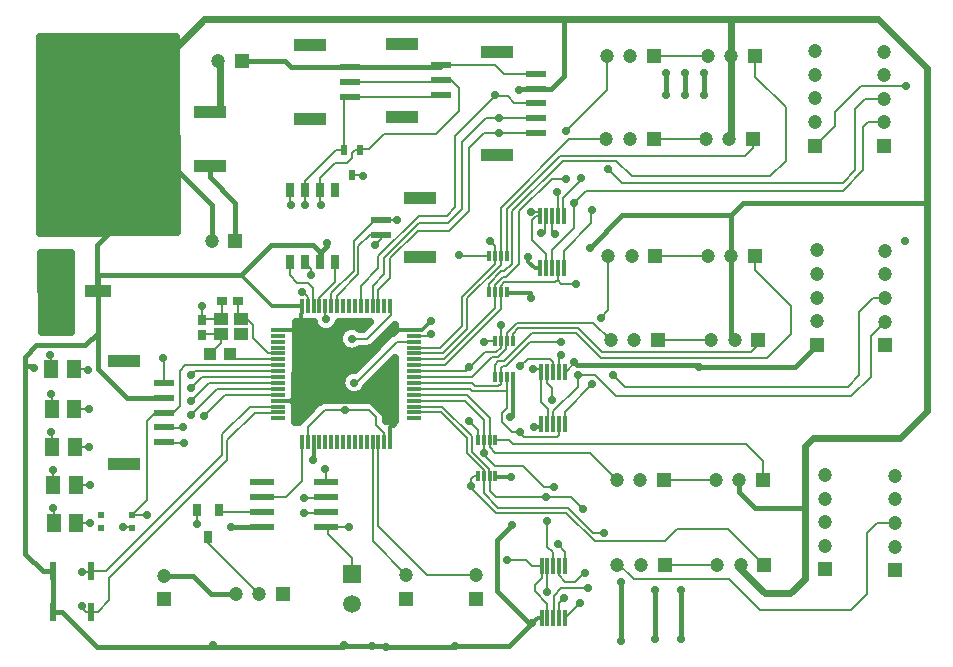
<source format=gbr>
G04 DipTrace 3.2.0.1*
G04 Top.gbr*
%MOIN*%
G04 #@! TF.FileFunction,Copper,L1,Top*
G04 #@! TF.Part,Single*
G04 #@! TA.AperFunction,Conductor*
%ADD13C,0.015748*%
%ADD14C,0.007874*%
%ADD15C,0.011811*%
%ADD16C,0.023622*%
G04 #@! TA.AperFunction,CopperBalancing*
%ADD17C,0.025*%
G04 #@! TA.AperFunction,ComponentPad*
%ADD18R,0.059055X0.059055*%
%ADD19R,0.021654X0.059055*%
%ADD20R,0.043307X0.03937*%
%ADD21R,0.027559X0.035433*%
%ADD22R,0.035433X0.027559*%
%ADD24R,0.086614X0.03937*%
%ADD26R,0.019685X0.033465*%
%ADD27R,0.051181X0.059055*%
G04 #@! TA.AperFunction,ComponentPad*
%ADD28R,0.047244X0.047244*%
%ADD29C,0.047244*%
%ADD30R,0.110236X0.03937*%
%ADD31R,0.066929X0.023622*%
%ADD32R,0.011811X0.055118*%
G04 #@! TA.AperFunction,ComponentPad*
%ADD33C,0.059055*%
%ADD35R,0.025591X0.041339*%
%ADD36R,0.018898X0.022441*%
%ADD38R,0.047244X0.011811*%
%ADD39R,0.011811X0.047244*%
%ADD40R,0.07874X0.023622*%
%ADD42R,0.03X0.045*%
%ADD44R,0.108268X0.03937*%
%ADD45R,0.242126X0.218504*%
%ADD47R,0.011811X0.033465*%
%ADD48R,0.047244X0.03937*%
G04 #@! TA.AperFunction,ViaPad*
%ADD49C,0.027559*%
%ADD50C,0.062992*%
%FSLAX26Y26*%
G04*
G70*
G90*
G75*
G01*
G04 Top*
%LPD*%
X914965Y727573D2*
D13*
X1011413D1*
X1072352Y666635D1*
X1153999D1*
X1073978Y1842328D2*
Y1961816D1*
X851461Y2184333D1*
X805538D1*
X694558Y1678091D2*
Y1729203D1*
X1172869D1*
X1273804Y1830139D1*
X1412944D1*
X1436098Y1806984D1*
Y1772222D1*
X1172869Y1729203D2*
D15*
X1276150Y1625923D1*
X1374579D1*
X885907Y1917261D2*
D13*
Y2103965D1*
X805538Y2184333D1*
X885907Y1917261D2*
X779383D1*
X774056Y1911934D1*
Y1994491D1*
X675521D1*
X672858Y1997154D1*
Y1911934D1*
X566335D1*
X563672Y1914597D1*
Y2007806D1*
Y2106341D1*
Y2183572D1*
X568997Y2188898D1*
Y2287433D1*
X563672Y2292759D1*
Y2388630D1*
Y2468524D1*
X562930Y2469265D1*
X665612D1*
X667533Y2471186D1*
Y2383303D1*
X763404D1*
X766067Y2380640D1*
Y2468522D1*
X880580D1*
X883244Y2471186D1*
X694558Y1678091D2*
X691294D1*
Y1829172D1*
X774056Y1911934D1*
X2139038Y1654152D2*
D15*
Y1668829D1*
X2061081D1*
X2057556Y1672354D1*
X1373581Y1576795D2*
X1374579Y1625923D1*
X1748594Y1547182D2*
X1775698D1*
X1806673Y1578157D1*
X1295839Y1310962D2*
X1343692D1*
X1344133Y1310521D1*
X1669854Y1173167D2*
Y1223583D1*
X1678925Y1232654D1*
X1457566Y1835320D2*
D13*
Y1826249D1*
X1439018Y1807702D1*
Y1772222D1*
X1436098D1*
X694558Y1678091D2*
Y1535846D1*
Y1417301D1*
X791488Y1320370D1*
X915185D1*
X915404Y1320151D1*
X883244Y2471186D2*
D16*
X938245D1*
X1050417Y2583358D1*
X2249785D1*
X2806954D1*
Y2458783D1*
X2249785Y2583358D2*
D13*
Y2394269D1*
X2206664Y2351148D1*
X2156387D1*
X2156357Y2351178D1*
X2806954Y2583358D2*
D16*
X3295940D1*
X3457874Y2421424D1*
Y1970025D1*
Y1275112D1*
X3370066Y1187303D1*
X3078702D1*
X3050762Y1159364D1*
Y953567D1*
Y716331D1*
X3002867Y668436D1*
X2917241D1*
X2838007Y747671D1*
Y762333D1*
X2832928Y1046005D2*
D13*
Y1005606D1*
X2884967Y953567D1*
X3050762D1*
X3457874Y1970025D2*
X2847068D1*
X2806751Y1929707D1*
Y1792509D1*
X2806787Y1792472D1*
X2806751Y1929707D2*
X2442479D1*
X2334012Y1821240D1*
X1373581Y1576795D2*
Y1339970D1*
X1344133Y1310521D1*
X1601058D1*
X1678925Y1232654D1*
X1748594Y1547182D2*
D15*
X1673189D1*
D13*
X1597747Y1471740D1*
X1478636D1*
X1373581Y1576795D1*
X1413949Y1173167D2*
D15*
Y1113627D1*
X1413333Y1113012D1*
X2173959Y588098D2*
X2161000D1*
X2143219Y570318D1*
X1140039Y890783D2*
D13*
X1242920Y890349D1*
X544109Y607461D2*
Y741790D1*
X544072D1*
X544109Y607461D2*
X574223D1*
X690689Y490995D1*
X1071349D1*
X1077631Y497277D1*
X1071349Y490995D2*
X1511804D1*
X1516198Y495388D1*
Y492665D1*
X1608920D1*
X1610030Y491555D1*
X1654685D1*
Y489950D1*
X1883619D1*
X1885928Y492259D1*
X2065160D1*
X2075558Y502656D1*
X2143219Y570318D1*
X694558Y1535846D2*
X653760Y1495049D1*
X489975D1*
X452424Y1457497D1*
Y1425951D1*
X477566D1*
X483266Y1420251D1*
X452424Y1425951D2*
Y800286D1*
X510920Y741790D1*
X544072D1*
X2130115Y1788429D2*
D15*
Y1774581D1*
X2151366Y1753331D1*
X2168770D1*
X2072916Y1057510D2*
X2021790D1*
X2020504Y1058797D1*
X2069320Y1257916D2*
X2077568D1*
Y1388514D1*
X2147593Y1224815D2*
X2173660D1*
Y1233804D1*
X2156357Y2351178D2*
D13*
X2102849D1*
X2098071Y2346400D1*
X1295839Y1547182D2*
D15*
X1343969D1*
X1373581Y1576795D1*
X2806954Y2458783D2*
D16*
Y2190163D1*
D13*
X2799484Y2182693D1*
X2806787Y1792472D2*
Y1525167D1*
X2817392Y1514562D1*
X2143219Y570318D2*
X2130882D1*
X2025045Y676155D1*
Y845963D1*
X2074138Y895056D1*
X1096345Y2444066D2*
D16*
X1101465D1*
Y2283154D1*
X1092408Y2274097D1*
X1069318D1*
X672025Y741790D2*
D14*
X721955D1*
X1110395Y1130230D1*
Y1199241D1*
X1201651Y1290497D1*
X1295059D1*
X1295839Y1291277D1*
X640739Y738896D2*
X669131D1*
X672025Y741790D1*
X672062Y607461D2*
X694930D1*
X733518Y646049D1*
Y719206D1*
X1127092Y1112780D1*
Y1181037D1*
X1217516Y1271461D1*
X1295707D1*
X1295839Y1271592D1*
X640739Y626857D2*
X636312D1*
X655709Y607461D1*
X672062D1*
X1535654Y2324549D2*
X1833919D1*
X1839457Y2330087D1*
X1535654Y2324549D2*
X1516478D1*
Y2146366D1*
X1489164D1*
X1386098Y2043301D1*
Y2012720D1*
Y1962413D1*
X1386997Y1961514D1*
X1535654Y2373761D2*
X1833919D1*
X1839457Y2379299D1*
X1872554D1*
X1898512Y2353341D1*
Y2277096D1*
X1820736Y2199320D1*
X1650273D1*
X1600021Y2149068D1*
X1570366D1*
X1567664Y2146366D1*
X1552925D1*
X1541601Y2135042D1*
Y2119707D1*
X1525459Y2103566D1*
X1486718D1*
X1436098Y2052946D1*
Y2012720D1*
Y1963824D1*
X1438259Y1961664D1*
X1486098Y1772222D2*
Y1707285D1*
X1432874Y1654060D1*
Y1626682D1*
X1433634Y1625923D1*
X1336098Y1772222D2*
Y1728757D1*
X1360232Y1704623D1*
X1394055D1*
X1413797Y1684882D1*
Y1626075D1*
X1413949Y1625923D1*
X1383497Y937017D2*
X1452186D1*
X1455518Y940349D1*
X1062385Y857260D2*
Y836990D1*
X1232739Y666635D1*
X1099786Y947811D2*
Y940349D1*
X1242920D1*
X2288375Y1701285D2*
X2239584D1*
X2227825Y1713043D1*
Y1753331D1*
X2037871Y1672354D2*
Y1693659D1*
X2049825Y1705613D1*
X2219005D1*
X2227825Y1714433D1*
Y1753331D1*
X1748594Y1429072D2*
X1852140D1*
X2038073Y1615005D1*
Y1672152D1*
X2037871Y1672354D1*
X2208140Y1926559D2*
Y1874899D1*
X2217484Y1865555D1*
X2018186Y1794402D2*
Y1825594D1*
X2002130Y1841651D1*
X2018186Y1794402D2*
Y1767762D1*
X1907941Y1657517D1*
Y1559169D1*
X1836768Y1487996D1*
X1748726D1*
X1748594Y1488127D1*
X2103781Y1205738D2*
Y1202686D1*
X2116781Y1189686D1*
X2224486D1*
X2232715Y1197916D1*
Y1233804D1*
X2057883Y1388514D2*
Y1342941D1*
X1942122D1*
X1934774Y1350289D1*
X1748638D1*
X1748594Y1350332D1*
X2103781Y1205738D2*
X2076198D1*
X2042752Y1239184D1*
Y1270534D1*
X2057883Y1285665D1*
Y1388514D1*
X2038198Y1510562D2*
Y1488041D1*
X2023340Y1473182D1*
X1985915D1*
X1922119Y1409387D1*
X1748594D1*
X2038198Y1510562D2*
Y1563194D1*
X2038765Y1563761D1*
X1922119Y1409387D2*
Y1413446D1*
X1931684Y1423010D1*
X2213030Y1407033D2*
Y1441234D1*
X2203538Y1450726D1*
X2127344D1*
X2103192Y1426573D1*
X2187549Y990093D2*
X2021933D1*
X2000819Y1011207D1*
Y1058797D1*
X1748594Y1291277D2*
X1842420D1*
X1941160Y1192537D1*
Y1141034D1*
X2000016Y1082178D1*
Y1058797D1*
X2000819D1*
X2187549Y990093D2*
X2271962D1*
X2313486Y948570D1*
X2233014Y588098D2*
Y637091D1*
X2249109Y653185D1*
X1981134Y1180844D2*
Y1247815D1*
X1917987Y1310962D1*
X1748594D1*
X1981134Y1180844D2*
Y1138336D1*
X1981969Y1137501D1*
Y1129175D1*
X2019507Y1091636D1*
X2111764D1*
X2181238Y1022163D1*
X2214592D1*
X2213329Y761327D2*
Y805110D1*
X2193648Y824791D1*
Y910203D1*
X1630484Y1173167D2*
Y891974D1*
X1792661Y729797D1*
X1956440D1*
X1610799Y1173167D2*
Y842421D1*
X1723593Y729627D1*
X1110417Y1643879D2*
Y1589957D1*
X1104335Y1583874D1*
X1043094D1*
X1040681Y1581461D1*
X1152718Y1842328D2*
D13*
Y1971459D1*
X1069318Y2054860D1*
Y2094570D1*
X568573Y1678091D2*
D14*
Y1716576D1*
X585449Y1733451D1*
Y1778100D1*
X526594D1*
D13*
X525245Y1779449D1*
D14*
Y1736831D1*
X526594Y1735482D1*
X568573Y1678091D2*
Y1640738D1*
X589508Y1619803D1*
Y1575155D1*
X534713D1*
Y1621832D1*
X1175085Y2444066D2*
D13*
X1318853D1*
X1339306Y2423613D1*
X1535014D1*
X1535654Y2422974D1*
X1833919D1*
X1839457Y2428512D1*
X1407140Y1730016D2*
D14*
Y1751180D1*
X1386098Y1772222D1*
X2252699Y761327D2*
Y807720D1*
X2227412Y833008D1*
X2281528Y1439791D2*
Y1441652D1*
X2289038D1*
X2251538Y1404152D1*
Y1407033D1*
X2252400D1*
X2306702Y2052371D2*
Y2046974D1*
X2246520Y1986791D1*
Y1927550D1*
X2247510Y1926559D1*
X779022Y888220D2*
X806706D1*
X809921Y885005D1*
X539323Y1415390D2*
Y1458029D1*
X534490Y1462862D1*
X542046Y1282997D2*
Y1327885D1*
X537524Y1332407D1*
X543424Y1155126D2*
Y1202119D1*
X540558Y1204986D1*
X545933Y1028919D2*
Y1078256D1*
X545108Y1079081D1*
X547857Y903963D2*
Y953462D1*
X546625Y954694D1*
X1295839Y1330647D2*
X1118722D1*
X1049314Y1261239D1*
X1839457Y2428512D2*
X2018724D1*
X2047281Y2399955D1*
X2155921D1*
X2156357Y2400391D1*
X1394264Y1625923D2*
Y1655836D1*
X1376226Y1673874D1*
X1453319Y1625923D2*
Y1586283D1*
X1456286Y1583316D1*
X1748594Y1527497D2*
X1798262D1*
X1805433Y1534668D1*
X1394264Y1173167D2*
Y1222088D1*
X1451865Y1279689D1*
X1519818D1*
X1520094Y1279966D1*
X1650169Y1173167D2*
Y1202102D1*
X1623551Y1228720D1*
Y1256640D1*
X1600226Y1279966D1*
X1520094D1*
X1542071Y2063689D2*
X1574337D1*
X1578558Y2059469D1*
X915404Y1369364D2*
Y1451383D1*
X913739Y1453049D1*
X1455518Y1040349D2*
Y1077440D1*
X1451454Y1081504D1*
X1024983Y947811D2*
Y901877D1*
X1023999Y900892D1*
X1040681Y1581461D2*
Y1625961D1*
X1041718Y1626997D1*
X2440163Y707646D2*
D13*
Y509988D1*
X2439230Y509055D1*
X3390286Y2359736D2*
D14*
X3237427D1*
X3152253Y2274563D1*
Y2226659D1*
X3086689Y2161094D1*
X2281528Y1439791D2*
D13*
X2292167Y1429152D1*
X2700404D1*
Y1422088D1*
X1998501Y1794402D2*
D14*
X1897252D1*
Y1795138D1*
X2018513Y1510562D2*
X1986714D1*
X1982861Y1506709D1*
X1961449Y1180844D2*
Y1213954D1*
X1933598Y1241804D1*
X2589038Y2404152D2*
D13*
Y2329152D1*
X2651538Y2404152D2*
Y2329152D1*
X2714038Y2404152D2*
Y2329152D1*
X2700404Y1422088D2*
X3017555D1*
X3092673Y1497206D1*
X2551538Y679152D2*
Y516652D1*
X2639038Y679152D2*
Y516652D1*
X1638325Y1863159D2*
D14*
X1601112D1*
X1563785Y1825832D1*
Y1732008D1*
X1491781Y1660004D1*
Y1626831D1*
X1492689Y1625923D1*
X1638325Y1863159D2*
Y1849612D1*
X1617995Y1829281D1*
X1638325Y1912371D2*
X1617596D1*
X1547420Y1842196D1*
Y1742917D1*
X1473234Y1668731D1*
Y1626152D1*
X1473004Y1625923D1*
X1638325Y1912371D2*
X1690790D1*
X1691782Y1913364D1*
X2878224Y2182693D2*
Y2152828D1*
X2853114Y2127718D1*
X2235781D1*
X2057259Y1949196D1*
Y1794699D1*
X2057556Y1794402D1*
X2885694Y2458783D2*
Y2390227D1*
X2987678Y2288243D1*
Y2109916D1*
X2936114Y2058352D1*
X2473903D1*
X2420891Y2111364D1*
X2244428D1*
X2076676Y1943612D1*
Y1768062D1*
X2050161Y1741547D1*
X2038866D1*
X1998501Y1701182D1*
Y1672354D1*
X2896133Y1514562D2*
Y1495631D1*
X2872916Y1472415D1*
X2377042D1*
X2297109Y1552348D1*
X2096953D1*
X2077568Y1532963D1*
Y1510562D1*
X2885528Y1792472D2*
Y1745163D1*
X3004726Y1625965D1*
Y1532340D1*
X2927045Y1454659D1*
X2371130D1*
X2290555Y1535234D1*
X2142698D1*
X2049043Y1441579D1*
X2029671D1*
X2018513Y1430421D1*
Y1388514D1*
X2911668Y1046005D2*
Y1109665D1*
X2854193Y1167140D1*
X2079484D1*
X2065781Y1180844D1*
X2020504D1*
X1937395Y1025042D2*
Y1048794D1*
X1947398Y1058797D1*
X1961449D1*
X1937395Y1025042D2*
Y1021151D1*
X2021408Y937138D1*
X2256322D1*
X2350675Y842785D1*
X2586201D1*
X2625475Y882059D1*
X2797021D1*
X2916747Y762333D1*
X2247510Y1753331D2*
Y1810609D1*
X2339056Y1902155D1*
Y1945533D1*
X2340644D1*
X2224186Y2007501D2*
X2227825D1*
Y1926559D1*
X2341646Y1365761D2*
Y1364867D1*
X2251571Y1274793D1*
Y1234634D1*
X2252400Y1233804D1*
X2239552Y1461951D2*
X2232715D1*
Y1407033D1*
X2300612Y636182D2*
Y636010D1*
X2252699Y588098D1*
X2233014Y761327D2*
Y728465D1*
X2253427Y708052D1*
X2287094D1*
X2318969Y739927D1*
Y736856D1*
X1295839Y1409387D2*
X1018152D1*
X1006335Y1397570D1*
X1295839Y1389702D2*
X1043041D1*
X1006037Y1352698D1*
X1295839Y1370017D2*
X1066198D1*
X1004520Y1308339D1*
X1295839Y1350332D2*
X1091308D1*
X1004458Y1263482D1*
X2561644Y1512301D2*
X2736391D1*
X2738652Y1514562D1*
X2728214Y2458783D2*
X2550089D1*
X2549130Y2459743D1*
X2581563Y1047365D2*
X2752828D1*
X2754188Y1046005D1*
X2553490Y1793180D2*
X2727340D1*
X2728047Y1792472D1*
X2584504Y764298D2*
X2757302D1*
X2759266Y762333D1*
X1336098Y2012720D2*
Y1965286D1*
X1338442Y1962942D1*
X622660Y903963D2*
X668651D1*
X669496Y903118D1*
X620736Y1028919D2*
X667875D1*
X669496Y1030539D1*
X618227Y1155126D2*
X666264D1*
X666462Y1154928D1*
X616849Y1282997D2*
X664297D1*
X664945Y1282349D1*
X614126Y1415390D2*
X659325D1*
X662650Y1412066D1*
X1295839Y1448757D2*
X1143356D1*
X1134678Y1457434D1*
Y1466089D1*
X2720744Y2182693D2*
X2547850D1*
X2547600Y2182442D1*
X2188455Y1753331D2*
Y1800092D1*
X2143155Y1845392D1*
Y1912690D1*
X2157024Y1926559D1*
X2168770D1*
X2138937Y1940703D2*
X2168770D1*
Y1926559D1*
X2173959Y761327D2*
Y720374D1*
X2150647Y697062D1*
Y676685D1*
X2193156Y634176D1*
Y588587D1*
X2193644Y588098D1*
X2058944Y780600D2*
X2122437D1*
X2141710Y761327D1*
X2173959D1*
X2173660Y1407033D2*
Y1305022D1*
X2194316Y1284366D1*
Y1234776D1*
X2193345Y1233804D1*
X2144269Y1416038D2*
X2172730D1*
Y1407033D1*
X2173660D1*
X1171264Y1583874D2*
X1192882D1*
X1212577Y1564178D1*
Y1519941D1*
X1263797Y1468722D1*
X1295559D1*
X1295839Y1468442D1*
X1161598Y1643879D2*
Y1593539D1*
X1171264Y1583874D1*
X1104335Y1532693D2*
X1043094D1*
X1040681Y1530280D1*
X1104335Y1532693D2*
Y1502675D1*
X1067749Y1466089D1*
X2037871Y1794402D2*
Y1764513D1*
X1924945Y1651587D1*
Y1548845D1*
X1844542Y1468442D1*
X1748594D1*
X2390119Y2182442D2*
X2266220D1*
X2037871Y1954093D1*
Y1794402D1*
X3315808Y2317100D2*
X3253291D1*
X3220018Y2283827D1*
Y2078436D1*
X3177636Y2036054D1*
X2442773D1*
X2395546Y2083281D1*
X1748594Y1448757D2*
X1848062D1*
X2018186Y1618882D1*
Y1672354D1*
X2391650Y2459743D2*
Y2345720D1*
X2256728Y2210799D1*
X2256110Y2049727D2*
X2207391D1*
X2099940Y1942276D1*
Y1767366D1*
X2056932Y1724358D1*
X2044407D1*
X2018186Y1698138D1*
Y1672354D1*
X2057883Y1510562D2*
Y1535682D1*
X2092993Y1570793D1*
X2345672D1*
X2404164Y1512301D1*
X3318756Y1653234D2*
X3278613D1*
X3232962Y1607583D1*
Y1395121D1*
X3193938Y1356097D1*
X2451043D1*
X2410567Y1396573D1*
X1748594Y1389702D2*
X1941556D1*
X2009186Y1457332D1*
X2030096D1*
X2056840Y1484076D1*
Y1509518D1*
X2057883Y1510562D1*
X2038198Y1388514D2*
Y1367316D1*
X2029965Y1359083D1*
X1953425D1*
X1942491Y1370017D1*
X1748594D1*
X2038198Y1388514D2*
Y1418714D1*
X2045088Y1425604D1*
X2056104D1*
X2136738Y1506238D1*
X2238335D1*
X2396009Y1793180D2*
Y1611584D1*
X2371580Y1587155D1*
X2000819Y1180844D2*
Y1155173D1*
X2020501Y1135491D1*
X2335957D1*
X2424083Y1047365D1*
X2000819Y1180844D2*
Y1254189D1*
X1924361Y1330647D1*
X1748594D1*
X3351283Y903181D2*
X3292257D1*
X3258388Y869312D1*
Y665627D1*
X3204521Y611760D1*
X2903193D1*
X2799143Y715810D1*
X2481269D1*
X2427024Y770055D1*
Y764298D1*
X1981134Y1058797D2*
Y1078469D1*
X1924387Y1135215D1*
Y1186308D1*
X1839104Y1271592D1*
X1748594D1*
X2381323Y871257D2*
X2346770D1*
X2263366Y954661D1*
X2029615D1*
X1981673Y1002604D1*
Y1058257D1*
X1981134Y1058797D1*
X2280617Y1968341D2*
Y1887900D1*
X2207240Y1814524D1*
Y1753331D1*
X2208140D1*
X3315808Y2238360D2*
X3262575D1*
X3246100Y2221885D1*
Y2078436D1*
X3177636Y2009972D1*
X2322248D1*
X2280617Y1968341D1*
X2172701Y1869480D2*
X2187171D1*
Y1927844D1*
X2188455Y1926559D1*
X2294033Y1397600D2*
Y1356247D1*
X2213669Y1275883D1*
Y1234444D1*
X2213030Y1233804D1*
X2294033Y1397600D2*
X2351631D1*
X2423486Y1325745D1*
X3206946D1*
X3271986Y1390785D1*
Y1527723D1*
X3318756Y1574493D1*
X2193345Y1407033D2*
Y1369301D1*
X2207874Y1354772D1*
Y1313802D1*
X2327592Y684888D2*
X2240521D1*
X2214202Y658570D1*
Y587226D1*
X2213329Y588098D1*
X2192963Y674664D2*
Y760646D1*
X2193644Y761327D1*
X915404Y1221726D2*
X917782Y1219348D1*
X974996D1*
X978167Y1222518D1*
X1541224Y1517478D2*
X1593352D1*
X1671199Y1595325D1*
Y1624577D1*
X1669854Y1625923D1*
X980707Y1170685D2*
X917232D1*
X915404Y1172513D1*
X1549588Y1371315D2*
Y1366371D1*
X1557010Y1373794D1*
X1558085D1*
X1691437Y1507146D1*
X1747928D1*
X1748594Y1507812D1*
X2156357Y2301966D2*
Y2303798D1*
X2082865D1*
X2060669Y2325993D1*
X2018730D1*
X1886332Y2193596D1*
Y1955147D1*
X1857623Y1926438D1*
X1765138D1*
X1630551Y1791852D1*
Y1752560D1*
X1571429Y1693438D1*
Y1625923D1*
X2018349Y2329654D2*
X2022390D1*
X2018730Y2325993D1*
X2156357Y2252753D2*
X2034302D1*
X1989196D1*
X1908625Y2172182D1*
Y1950925D1*
X1861748Y1904049D1*
X1765497D1*
X1648039Y1786591D1*
Y1731959D1*
X1610799Y1694719D1*
Y1625923D1*
X2031373Y2253671D2*
X2033385D1*
X2034302Y2252753D1*
X2156357Y2203541D2*
X2031256D1*
X1982957D1*
X1931478Y2152062D1*
Y1943014D1*
X1864465Y1876001D1*
X1760856D1*
X1669923Y1785068D1*
Y1719722D1*
X1630484Y1680283D1*
Y1625923D1*
X2030840Y2203692D2*
X2031256Y2203541D1*
X1381097Y986357D2*
X1451526D1*
X1455518Y990349D1*
X1541301Y731832D2*
Y786409D1*
X1462407Y865303D1*
Y883461D1*
X1455518Y890349D1*
X1532302Y888845D2*
X1457022D1*
X1455518Y890349D1*
X1242920Y990349D2*
X1323171D1*
X1374579Y1041757D1*
Y1173167D1*
X915404Y1270938D2*
X886476D1*
X860013Y1244475D1*
Y980766D1*
X809921Y930675D1*
X857551Y929364D2*
Y928678D1*
X807925D1*
X809921Y930675D1*
X1295839Y1429072D2*
X986104D1*
X967997Y1410966D1*
Y1292340D1*
X946115Y1270458D1*
X915885D1*
X915404Y1270938D1*
D49*
X1931684Y1423010D3*
X2103192Y1426573D3*
X1982861Y1506709D3*
D50*
X562930Y2469265D3*
X667533Y2471186D3*
X563672Y2388630D3*
X667533Y2383303D3*
X563672Y2292759D3*
Y2106341D3*
Y2007806D3*
Y1914597D3*
D49*
X2340644Y1945533D3*
D50*
X672858Y1997154D3*
Y1911934D3*
X766067Y2468522D3*
Y2380640D3*
X883244Y2471186D3*
X774056Y1994491D3*
Y1911934D3*
X885907Y1917261D3*
X568997Y2188898D3*
D49*
X1407140Y1730016D3*
X2217484Y1865555D3*
X2172701Y1869480D3*
X2280617Y1968341D3*
X2224186Y2007501D3*
X978167Y1222518D3*
X2214592Y1022163D3*
X2074138Y895056D3*
X2395546Y2083281D3*
X2239552Y1461951D3*
X980707Y1170685D3*
X1541224Y1517478D3*
X1549588Y1371315D3*
X2294033Y1397600D3*
X2341646Y1365761D3*
X2207874Y1313802D3*
X525245Y1779449D3*
X585449Y1778100D3*
X534713Y1575155D3*
X589508D3*
X534713Y1621832D3*
X589508Y1619803D3*
X526594Y1735482D3*
X585449Y1733451D3*
X2410567Y1396573D3*
X2187549Y990093D3*
X2318969Y736856D3*
X2192963Y674664D3*
X2300612Y636182D3*
X2327592Y684888D3*
X2143219Y570318D3*
X2227412Y833008D3*
X2072916Y1057510D3*
X2058944Y780600D3*
X1937395Y1025042D3*
X2144269Y1416038D3*
X2069320Y1257916D3*
X2147593Y1224815D3*
X2281528Y1439791D3*
X2103781Y1205738D3*
X2130115Y1788429D3*
X2139038Y1654152D3*
X2306702Y2052371D3*
X2138937Y1940703D3*
X2288375Y1701285D3*
X1381097Y986357D3*
X1140039Y890783D3*
X1383497Y937017D3*
X1532302Y888845D3*
X1373581Y1576795D3*
X1806673Y1578157D3*
X1344133Y1310521D3*
X1413333Y1113012D3*
X1678925Y1232654D3*
X857551Y929364D3*
X779022Y888220D3*
X1457566Y1835320D3*
X662650Y1412066D3*
X534490Y1462862D3*
X664945Y1282349D3*
X537524Y1332407D3*
X666462Y1154928D3*
X540558Y1204986D3*
X669496Y1030539D3*
X545108Y1079081D3*
X669496Y903118D3*
X546625Y954694D3*
X1006335Y1397570D3*
X1006037Y1352698D3*
X1004520Y1308339D3*
X1004458Y1263482D3*
X1049314Y1261239D3*
X640739Y738896D3*
Y626857D3*
X1338442Y1962942D3*
X1386997Y1961514D3*
X1438259Y1961664D3*
X1691782Y1913364D3*
X1617995Y1829281D3*
X2334012Y1821240D3*
X1376226Y1673874D3*
X1456286Y1583316D3*
X1805433Y1534668D3*
X1578558Y2059469D3*
X1520094Y1279966D3*
X913739Y1453049D3*
X1451454Y1081504D3*
X1023999Y900892D3*
X2018349Y2329654D3*
X2031373Y2253671D3*
X2030840Y2203692D3*
X1041718Y1626997D3*
X2439230Y509055D3*
X2440163Y707646D3*
X1077631Y497277D3*
X1516198Y495388D3*
X1610030Y491555D3*
X1654685Y489950D3*
X1885928Y492259D3*
X483266Y1420251D3*
X3390286Y2359736D3*
X2700404Y1422088D3*
X3384614Y1844282D3*
X2098071Y2346400D3*
X1897252Y1795138D3*
X2002130Y1841651D3*
X1933598Y1241804D3*
X1981969Y1137501D3*
X2381323Y871257D3*
X2256728Y2210799D3*
X2256110Y2049727D3*
X2589038Y2329152D3*
X2651538D3*
X2714038D3*
X2589038Y2404152D3*
X2651538D3*
X2714038D3*
X2193648Y910203D3*
X2313486Y948570D3*
X2249109Y653185D3*
X2238335Y1506238D3*
X2371580Y1587155D3*
X2038765Y1563761D3*
X2551538Y679152D3*
X2639038D3*
X2551538Y516652D3*
X2639038D3*
X505601Y2498249D2*
D17*
X954285D1*
X505601Y2473381D2*
X954356D1*
X505601Y2448512D2*
X954428D1*
X505601Y2423643D2*
X954500D1*
X505601Y2398774D2*
X954571D1*
X505601Y2373906D2*
X954678D1*
X505601Y2349037D2*
X954751D1*
X505601Y2324168D2*
X954823D1*
X505601Y2299299D2*
X954895D1*
X505601Y2274430D2*
X954966D1*
X505601Y2249562D2*
X955038D1*
X505601Y2224693D2*
X955146D1*
X505601Y2199824D2*
X955218D1*
X505601Y2174955D2*
X955289D1*
X505601Y2150087D2*
X955361D1*
X505601Y2125218D2*
X955433D1*
X505601Y2100349D2*
X955504D1*
X505601Y2075480D2*
X955612D1*
X505601Y2050612D2*
X955684D1*
X505601Y2025743D2*
X955756D1*
X505601Y2000874D2*
X955827D1*
X505601Y1976005D2*
X955899D1*
X505601Y1951136D2*
X955971D1*
X505601Y1926268D2*
X956079D1*
X505601Y1901399D2*
X956151D1*
X505601Y1876530D2*
X956222D1*
X956705Y2523118D2*
X503056D1*
X503083Y1871438D1*
X958705Y1873423D1*
X956696Y2523106D1*
X509167Y1779902D2*
X604031D1*
X509238Y1755033D2*
X604031D1*
X509310Y1730164D2*
X603996D1*
X509382Y1705295D2*
X603961D1*
X509490Y1680427D2*
X603961D1*
X509560Y1655558D2*
X603924D1*
X509633Y1630689D2*
X603924D1*
X509705Y1605820D2*
X603888D1*
X509812Y1580951D2*
X603853D1*
X509885Y1556083D2*
X603853D1*
X606552Y1804770D2*
X506579D1*
X507424Y1540967D1*
X606312Y1540987D1*
X606564Y1804770D1*
X1357122Y1547916D2*
X1429345D1*
X1483255D2*
X1508327D1*
X1673226D2*
X1683692D1*
X1356979Y1523047D2*
X1496054D1*
X1648358D2*
X1657891D1*
X1356871Y1498178D2*
X1500252D1*
X1623491D2*
X1633043D1*
X1356727Y1473310D2*
X1608156D1*
X1356584Y1448441D2*
X1583289D1*
X1356441Y1423572D2*
X1558420D1*
X1657294D2*
X1683369D1*
X1356297Y1398703D2*
X1513888D1*
X1632425D2*
X1683298D1*
X1356154Y1373835D2*
X1504127D1*
X1607558D2*
X1683226D1*
X1356046Y1348966D2*
X1510336D1*
X1588862D2*
X1683154D1*
X1355902Y1324097D2*
X1683083D1*
X1355759Y1299228D2*
X1421988D1*
X1630381D2*
X1683010D1*
X1355615Y1274360D2*
X1397121D1*
X1654100D2*
X1682938D1*
X1355471Y1249491D2*
X1372253D1*
X1659231D2*
X1682867D1*
X1568577Y1484294D2*
X1563706Y1480790D1*
X1557690Y1477726D1*
X1551269Y1475639D1*
X1544600Y1474583D1*
X1537849D1*
X1531180Y1475639D1*
X1524759Y1477726D1*
X1518743Y1480790D1*
X1513281Y1484760D1*
X1508507Y1489534D1*
X1504537Y1494996D1*
X1501472Y1501012D1*
X1499386Y1507433D1*
X1498329Y1514102D1*
Y1520853D1*
X1499386Y1527522D1*
X1501472Y1533944D1*
X1504537Y1539959D1*
X1508507Y1545421D1*
X1513281Y1550196D1*
X1518743Y1554165D1*
X1524759Y1557230D1*
X1531180Y1559316D1*
X1537849Y1560373D1*
X1544600D1*
X1551269Y1559316D1*
X1557690Y1557230D1*
X1563706Y1554165D1*
X1568577Y1550661D1*
X1579584Y1550663D1*
X1601020Y1572077D1*
X1497919Y1572358D1*
X1496038Y1566850D1*
X1492974Y1560835D1*
X1489004Y1555373D1*
X1484230Y1550598D1*
X1478768Y1546629D1*
X1472752Y1543564D1*
X1466331Y1541478D1*
X1459661Y1540421D1*
X1452911D1*
X1446241Y1541478D1*
X1439820Y1543564D1*
X1433804Y1546629D1*
X1428343Y1550598D1*
X1423568Y1555373D1*
X1419598Y1560835D1*
X1416534Y1566850D1*
X1414638Y1572598D1*
X1354740Y1572751D1*
X1352930Y1240409D1*
X1366697Y1240558D1*
X1370798Y1245554D1*
X1430312Y1304923D1*
X1434526Y1307984D1*
X1439165Y1310348D1*
X1444118Y1311957D1*
X1449261Y1312772D1*
X1492378Y1312874D1*
X1497613Y1316654D1*
X1503629Y1319718D1*
X1510050Y1321804D1*
X1516719Y1322861D1*
X1523470D1*
X1530139Y1321804D1*
X1536560Y1319718D1*
X1542576Y1316654D1*
X1547448Y1313150D1*
X1602829Y1313049D1*
X1607972Y1312234D1*
X1612925Y1310625D1*
X1617564Y1308261D1*
X1621778Y1305199D1*
X1647017Y1280106D1*
X1650399Y1276146D1*
X1653119Y1271706D1*
X1655112Y1266895D1*
X1656328Y1261832D1*
X1656736Y1256630D1*
Y1242969D1*
X1685337Y1243176D1*
X1685937Y1454693D1*
X1591052Y1359829D1*
X1589340Y1354849D1*
X1586276Y1348833D1*
X1582306Y1343371D1*
X1577531Y1338597D1*
X1572070Y1334627D1*
X1566054Y1331563D1*
X1559633Y1329476D1*
X1552963Y1328420D1*
X1546213D1*
X1539543Y1329476D1*
X1533122Y1331563D1*
X1527106Y1334627D1*
X1521644Y1338597D1*
X1516870Y1343371D1*
X1512900Y1348833D1*
X1509836Y1354849D1*
X1507749Y1361270D1*
X1506693Y1367940D1*
Y1374690D1*
X1507749Y1381360D1*
X1509836Y1387781D1*
X1512900Y1393797D1*
X1516870Y1399259D1*
X1521644Y1404033D1*
X1527106Y1408003D1*
X1533122Y1411067D1*
X1539543Y1413154D1*
X1546213Y1414210D1*
X1551633Y1414262D1*
X1669885Y1532379D1*
X1674098Y1535441D1*
X1678738Y1537804D1*
X1683699Y1539416D1*
X1686181Y1543147D1*
X1686238Y1563423D1*
X1614904Y1492244D1*
X1610690Y1489182D1*
X1606051Y1486819D1*
X1601098Y1485210D1*
X1595955Y1484395D1*
X1568627Y1484293D1*
D19*
X672025Y741790D3*
X544072D3*
X672062Y607461D3*
X544109D3*
D21*
X1040681Y1581461D3*
Y1530280D3*
D22*
X1110417Y1643879D3*
X1161598D3*
D24*
X568573Y1678091D3*
X694558D3*
D26*
X1567664Y2146366D3*
X1516478D3*
X1542071Y2063689D3*
D27*
X543424Y1155126D3*
X618227D3*
X545933Y1028919D3*
X620736D3*
X547857Y903963D3*
X622660D3*
X542046Y1282997D3*
X616849D3*
X539323Y1415390D3*
X614126D3*
D28*
X1175085Y2444066D3*
D29*
X1096345D3*
D28*
X1152718Y1842328D3*
D29*
X1073978D3*
X3086689Y2318575D3*
Y2397315D3*
Y2476055D3*
Y2239835D3*
D28*
Y2161094D3*
D29*
X3092673Y1654686D3*
Y1733427D3*
Y1812167D3*
Y1575946D3*
D28*
Y1497206D3*
D29*
X3315808Y2317100D3*
Y2395840D3*
Y2474580D3*
Y2238360D3*
D28*
Y2159619D3*
D29*
X3318756Y1653234D3*
Y1731974D3*
Y1810714D3*
Y1574493D3*
D28*
Y1495753D3*
D29*
X3351283Y903181D3*
Y981921D3*
Y1060661D3*
Y824441D3*
D28*
Y745701D3*
X914965Y648833D3*
D29*
Y727573D3*
D30*
X1707567Y2501346D3*
Y2255283D3*
D31*
X1839457Y2428512D3*
Y2379299D3*
Y2330087D3*
D30*
X1403764Y2495808D3*
Y2249745D3*
D31*
X1535654Y2422974D3*
Y2373761D3*
Y2324549D3*
D30*
X1770215Y1790324D3*
Y1987175D3*
D31*
X1638325Y1863159D3*
Y1912371D3*
D30*
X2024467Y2473226D3*
Y2130706D3*
D31*
X2156357Y2351178D3*
Y2301966D3*
Y2400391D3*
Y2252753D3*
Y2203541D3*
D28*
X1311479Y666635D3*
D29*
X1232739D3*
X1153999D3*
D30*
X783514Y1442198D3*
Y1099678D3*
D31*
X915404Y1320151D3*
Y1270938D3*
Y1369364D3*
Y1221726D3*
Y1172513D3*
D28*
X2878224Y2182693D3*
D29*
X2799484D3*
X2720744D3*
D28*
X2547600Y2182442D3*
D29*
X2468860D3*
X2390119D3*
D28*
X2896133Y1514562D3*
D29*
X2817392D3*
X2738652D3*
D28*
X2561644Y1512301D3*
D29*
X2482904D3*
X2404164D3*
D28*
X2885528Y1792472D3*
D29*
X2806787D3*
X2728047D3*
D28*
X2553490Y1793180D3*
D29*
X2474749D3*
X2396009D3*
D28*
X2911668Y1046005D3*
D29*
X2832928D3*
X2754188D3*
D28*
X2581563Y1047365D3*
D29*
X2502823D3*
X2424083D3*
D28*
X2885694Y2458783D3*
D29*
X2806954D3*
X2728214D3*
D28*
X2549130Y2459743D3*
D29*
X2470390D3*
X2391650D3*
D28*
X2916747Y762333D3*
D29*
X2838007D3*
X2759266D3*
D28*
X2584504Y764298D3*
D29*
X2505764D3*
X2427024D3*
D28*
X1956440Y651056D3*
D29*
Y729797D3*
D28*
X1723593Y650887D3*
D29*
Y729627D3*
X3119765Y905984D3*
Y984724D3*
Y1063465D3*
Y827244D3*
D28*
Y748504D3*
D32*
X2168770Y1753331D3*
X2188455D3*
X2208140D3*
X2227825D3*
X2247510D3*
Y1926559D3*
X2227825D3*
X2208140D3*
X2188455D3*
X2168770D3*
X2173660Y1233804D3*
X2193345D3*
X2213030D3*
X2232715D3*
X2252400D3*
Y1407033D3*
X2232715D3*
X2213030D3*
X2193345D3*
X2173660D3*
X2173959Y588098D3*
X2193644D3*
X2213329D3*
X2233014D3*
X2252699D3*
Y761327D3*
X2233014D3*
X2213329D3*
X2193644D3*
X2173959D3*
D18*
X1541301Y731832D3*
D33*
Y631832D3*
D35*
X1099786Y947811D3*
X1024983D3*
X1062385Y857260D3*
D20*
X1134678Y1466089D3*
X1067749D3*
D36*
X706772Y885005D3*
X809921D3*
X706772Y930675D3*
X809921D3*
D38*
X1295839Y1547182D3*
Y1527497D3*
Y1507812D3*
Y1488127D3*
Y1468442D3*
Y1448757D3*
Y1429072D3*
Y1409387D3*
Y1389702D3*
Y1370017D3*
Y1350332D3*
Y1330647D3*
Y1310962D3*
Y1291277D3*
Y1271592D3*
Y1251907D3*
D39*
X1374579Y1173167D3*
X1394264D3*
X1413949D3*
X1433634D3*
X1453319D3*
X1473004D3*
X1492689D3*
X1512374D3*
X1532059D3*
X1551744D3*
X1571429D3*
X1591114D3*
X1610799D3*
X1630484D3*
X1650169D3*
X1669854D3*
D38*
X1748594Y1251907D3*
Y1271592D3*
Y1291277D3*
Y1310962D3*
Y1330647D3*
Y1350332D3*
Y1370017D3*
Y1389702D3*
Y1409387D3*
Y1429072D3*
Y1448757D3*
Y1468442D3*
Y1488127D3*
Y1507812D3*
Y1527497D3*
Y1547182D3*
D39*
X1669854Y1625923D3*
X1650169D3*
X1630484D3*
X1610799D3*
X1591114D3*
X1571429D3*
X1551744D3*
X1532059D3*
X1512374D3*
X1492689D3*
X1473004D3*
X1453319D3*
X1433634D3*
X1413949D3*
X1394264D3*
X1374579D3*
D40*
X1455518Y890349D3*
Y940349D3*
Y990349D3*
Y1040349D3*
X1242920D3*
Y990349D3*
Y940349D3*
Y890349D3*
D42*
X1336098Y1772222D3*
X1386098D3*
X1436098D3*
X1486098D3*
Y2012720D3*
X1436098D3*
X1386098D3*
X1336098D3*
D44*
X1069318Y2094570D3*
Y2274097D3*
D45*
X805538Y2184333D3*
D47*
X2057556Y1794402D3*
X2037871D3*
X2018186D3*
X1998501D3*
Y1672354D3*
X2018186D3*
X2037871D3*
X2057556D3*
X2077568Y1510562D3*
X2057883D3*
X2038198D3*
X2018513D3*
Y1388514D3*
X2038198D3*
X2057883D3*
X2077568D3*
X2020504Y1180844D3*
X2000819D3*
X1981134D3*
X1961449D3*
Y1058797D3*
X1981134D3*
X2000819D3*
X2020504D3*
D48*
X1171264Y1532693D3*
Y1583874D3*
X1104335Y1532693D3*
Y1583874D3*
M02*

</source>
